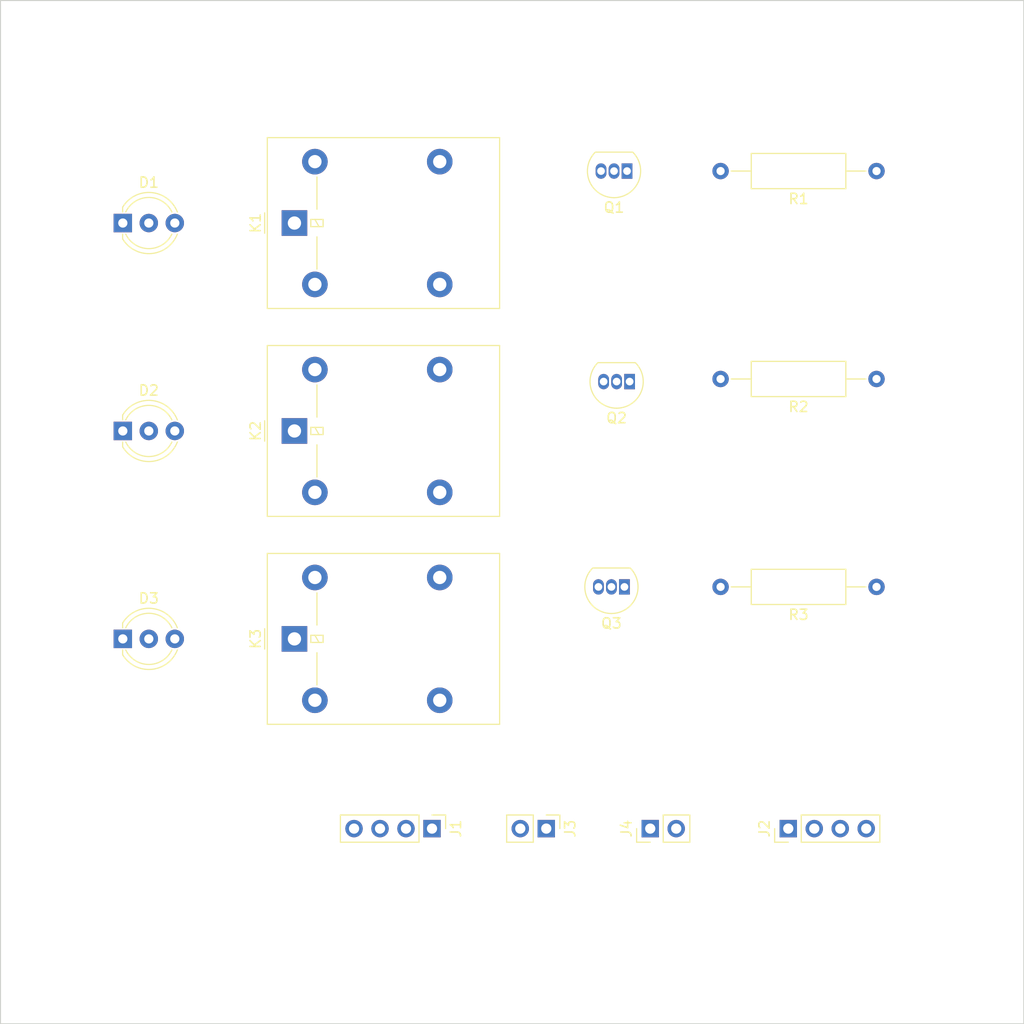
<source format=kicad_pcb>
(kicad_pcb (version 20221018) (generator pcbnew)
  (layers (0 "F.Cu" signal) (31 "B.Cu" signal) (34 "B.Paste" user) (35 "F.Paste" user) (36 "B.SilkS" user "B.Silkscreen") (37 "F.SilkS" user "F.Silkscreen") (38 "B.Mask" user) (39 "F.Mask" user) (44 "Edge.Cuts" user))
  (net 0 "")
  (net 1 "+5V")
  (net 2 "Net-(D1-A)")
  (net 3 "Net-(D2-A)")
  (net 4 "Net-(D3-A)")
  (net 5 "+24V")
  (net 6 "/Status_R")
  (net 7 "/Status_Y")
  (net 8 "/Status_G")
  (net 9 "GND")
  (net 10 "/Teensy_R")
  (net 11 "/Teensy_Y")
  (net 12 "/Teensy_G")
  (net 13 "/24V GND")
  (net 17 "Net-(Q1-B)")
  (net 18 "Net-(Q2-B)")
  (net 19 "Net-(Q3-B)")
  (footprint "Connector_PinHeader_2.54mm:PinHeader_1x04_P2.54mm_Vertical" (layer "F.Cu") (at 102.88 107.442 90)
    (fp_text reference "J2" (at 0 -2.33 90) (layer "F.SilkS"))
    (fp_text value "Conn_01x04 Teensy")
    (fp_line (start -1.33 -1.33) (end 0 -1.33) (stroke (width 0.12)) (layer "F.SilkS"))
    (fp_line (start -1.33 0) (end -1.33 -1.33) (stroke (width 0.12)) (layer "F.SilkS"))
    (fp_line (start -1.33 1.27) (end -1.33 8.95) (stroke (width 0.12)) (layer "F.SilkS"))
    (fp_line (start -1.33 1.27) (end 1.33 1.27) (stroke (width 0.12)) (layer "F.SilkS"))
    (fp_line (start -1.33 8.95) (end 1.33 8.95) (stroke (width 0.12)) (layer "F.SilkS"))
    (fp_line (start 1.33 1.27) (end 1.33 8.95) (stroke (width 0.12)) (layer "F.SilkS"))
    (pad "1" thru_hole rect (at 0 0 90) (size 1.7 1.7) (drill 1) (layers "*.Cu" "*.Mask") (net 9 "GND"))
    (pad "2" thru_hole oval (at 0 2.54 90) (size 1.7 1.7) (drill 1) (layers "*.Cu" "*.Mask") (net 12 "/Teensy_G"))
    (pad "3" thru_hole oval (at 0 5.08 90) (size 1.7 1.7) (drill 1) (layers "*.Cu" "*.Mask") (net 11 "/Teensy_Y"))
    (pad "4" thru_hole oval (at 0 7.62 90) (size 1.7 1.7) (drill 1) (layers "*.Cu" "*.Mask") (net 10 "/Teensy_R"))
  )
  (footprint "LED_THT:LED_D5.0mm-3" (layer "F.Cu") (at 37.846 88.9)
    (fp_text reference "D3" (at 2.54 -3.96) (layer "F.SilkS"))
    (fp_text value "LED")
    (fp_line (start -0.02 -1.545) (end -0.02 -1.08) (stroke (width 0.12)) (layer "F.SilkS"))
    (fp_line (start -0.02 1.08) (end -0.02 1.545) (stroke (width 0.12)) (layer "F.SilkS"))
    (fp_arc (start -0.02 -1.54483) (mid 2.798456 -2.978809) (end 5.327815 -1.080827) (stroke (width 0.12)) (layer "F.SilkS"))
    (fp_arc (start 0.285316 -1.08) (mid 2.539762 -2.5) (end 4.794479 -1.080429) (stroke (width 0.12)) (layer "F.SilkS"))
    (fp_arc (start 4.794479 1.080429) (mid 2.539762 2.5) (end 0.285316 1.08) (stroke (width 0.12)) (layer "F.SilkS"))
    (fp_arc (start 5.327815 1.080827) (mid 2.798456 2.978808) (end -0.02 1.54483) (stroke (width 0.12)) (layer "F.SilkS"))
    (pad "1" thru_hole rect (at 0 0) (size 1.8 1.8) (drill 0.9) (layers "*.Cu" "*.Mask") (net 1 "+5V"))
    (pad "2" thru_hole circle (at 2.54 0) (size 1.8 1.8) (drill 0.9) (layers "*.Cu" "*.Mask") (net 4 "Net-(D3-A)"))
    (pad "3" thru_hole circle (at 5.08 0) (size 1.8 1.8) (drill 0.9) (layers "*.Cu" "*.Mask"))
  )
  (footprint "Resistor_THT:R_Axial_DIN0309_L9.0mm_D3.2mm_P15.24mm_Horizontal" (layer "F.Cu") (at 111.506 83.82 180)
    (fp_text reference "R3" (at 7.62 -2.72) (layer "F.SilkS"))
    (fp_text value "1k")
    (fp_line (start 1.04 0) (end 3 0) (stroke (width 0.12)) (layer "F.SilkS"))
    (fp_line (start 3 -1.72) (end 3 1.72) (stroke (width 0.12)) (layer "F.SilkS"))
    (fp_line (start 3 1.72) (end 12.24 1.72) (stroke (width 0.12)) (layer "F.SilkS"))
    (fp_line (start 12.24 -1.72) (end 3 -1.72) (stroke (width 0.12)) (layer "F.SilkS"))
    (fp_line (start 12.24 1.72) (end 12.24 -1.72) (stroke (width 0.12)) (layer "F.SilkS"))
    (fp_line (start 14.2 0) (end 12.24 0) (stroke (width 0.12)) (layer "F.SilkS"))
    (pad "1" thru_hole circle (at 0 0 180) (size 1.6 1.6) (drill 0.8) (layers "*.Cu" "*.Mask") (net 10 "/Teensy_R"))
    (pad "2" thru_hole oval (at 15.24 0 180) (size 1.6 1.6) (drill 0.8) (layers "*.Cu" "*.Mask") (net 19 "Net-(Q3-B)"))
  )
  (footprint "Package_TO_SOT_THT:TO-92_Inline" (layer "F.Cu") (at 87.122 43.18 180)
    (fp_text reference "Q1" (at 1.27 -3.56) (layer "F.SilkS"))
    (fp_text value "2N3904")
    (fp_line (start -0.53 1.85) (end 3.07 1.85) (stroke (width 0.12)) (layer "F.SilkS"))
    (fp_arc (start -0.568478 1.838478) (mid -1.132087 -0.994977) (end 1.27 -2.6) (stroke (width 0.12)) (layer "F.SilkS"))
    (fp_arc (start 1.27 -2.6) (mid 3.672087 -0.994977) (end 3.108478 1.838478) (stroke (width 0.12)) (layer "F.SilkS"))
    (pad "1" thru_hole rect (at 0 0 180) (size 1.05 1.5) (drill 0.75) (layers "*.Cu" "*.Mask") (net 9 "GND"))
    (pad "2" thru_hole oval (at 1.27 0 180) (size 1.05 1.5) (drill 0.75) (layers "*.Cu" "*.Mask") (net 17 "Net-(Q1-B)"))
    (pad "3" thru_hole oval (at 2.54 0 180) (size 1.05 1.5) (drill 0.75) (layers "*.Cu" "*.Mask") (net 2 "Net-(D1-A)"))
  )
  (footprint "Connector_PinHeader_2.54mm:PinHeader_1x02_P2.54mm_Vertical" (layer "F.Cu") (at 89.3895 107.442 90)
    (fp_text reference "J4" (at 0 -2.33 90) (layer "F.SilkS"))
    (fp_text value "Conn_01x02 5V Power")
    (fp_line (start -1.33 -1.33) (end 0 -1.33) (stroke (width 0.12)) (layer "F.SilkS"))
    (fp_line (start -1.33 0) (end -1.33 -1.33) (stroke (width 0.12)) (layer "F.SilkS"))
    (fp_line (start -1.33 1.27) (end -1.33 3.87) (stroke (width 0.12)) (layer "F.SilkS"))
    (fp_line (start -1.33 1.27) (end 1.33 1.27) (stroke (width 0.12)) (layer "F.SilkS"))
    (fp_line (start -1.33 3.87) (end 1.33 3.87) (stroke (width 0.12)) (layer "F.SilkS"))
    (fp_line (start 1.33 1.27) (end 1.33 3.87) (stroke (width 0.12)) (layer "F.SilkS"))
    (pad "1" thru_hole rect (at 0 0 90) (size 1.7 1.7) (drill 1) (layers "*.Cu" "*.Mask") (net 9 "GND"))
    (pad "2" thru_hole oval (at 0 2.54 90) (size 1.7 1.7) (drill 1) (layers "*.Cu" "*.Mask") (net 1 "+5V"))
  )
  (footprint "Relay_THT:Relay_SPDT_Omron-G5LE-1" (layer "F.Cu") (at 54.6185 88.9 90)
    (fp_text reference "K3" (at 0 -3.8 90) (layer "F.SilkS"))
    (fp_text value "G5LE-1")
    (fp_line (start -8.35 -2.65) (end -8.35 20.05) (stroke (width 0.12)) (layer "F.SilkS"))
    (fp_line (start -8.35 20.05) (end 8.35 20.05) (stroke (width 0.12)) (layer "F.SilkS"))
    (fp_line (start -4.5 2.2) (end -1.35 2.2) (stroke (width 0.12)) (layer "F.SilkS"))
    (fp_line (start -1 -2.91) (end 1 -2.91) (stroke (width 0.12)) (layer "F.SilkS"))
    (fp_line (start -0.35 1.6) (end -0.35 2.8) (stroke (width 0.12)) (layer "F.SilkS"))
    (fp_line (start -0.35 2.4) (end 0.35 2) (stroke (width 0.12)) (layer "F.SilkS"))
    (fp_line (start -0.35 2.8) (end 0.35 2.8) (stroke (width 0.12)) (layer "F.SilkS"))
    (fp_line (start 0.35 1.6) (end -0.35 1.6) (stroke (width 0.12)) (layer "F.SilkS"))
    (fp_line (start 0.35 2.8) (end 0.35 1.6) (stroke (width 0.12)) (layer "F.SilkS"))
    (fp_line (start 1.35 2.2) (end 4.5 2.2) (stroke (width 0.12)) (layer "F.SilkS"))
    (fp_line (start 8.35 -2.65) (end -8.35 -2.65) (stroke (width 0.12)) (layer "F.SilkS"))
    (fp_line (start 8.35 20.05) (end 8.35 -2.65) (stroke (width 0.12)) (layer "F.SilkS"))
    (pad "1" thru_hole rect (at 0 0 90) (size 2.5 2.5) (drill 1.3) (layers "*.Cu" "*.Mask") (net 13 "/24V GND"))
    (pad "2" thru_hole oval (at -6 2 90) (size 2.5 2.5) (drill 1.3) (layers "*.Cu" "*.Mask") (net 1 "+5V"))
    (pad "3" thru_hole oval (at -6 14.2 90) (size 2.5 2.5) (drill 1.3) (layers "*.Cu" "*.Mask") (net 6 "/Status_R"))
    (pad "4" thru_hole oval (at 6 14.2 90) (size 2.5 2.5) (drill 1.3) (layers "*.Cu" "*.Mask"))
    (pad "5" thru_hole oval (at 6 2 90) (size 2.5 2.5) (drill 1.3) (layers "*.Cu" "*.Mask") (net 4 "Net-(D3-A)"))
  )
  (footprint "Package_TO_SOT_THT:TO-92_Inline" (layer "F.Cu") (at 87.376 63.754 180)
    (fp_text reference "Q2" (at 1.27 -3.56) (layer "F.SilkS"))
    (fp_text value "2N3904")
    (fp_line (start -0.53 1.85) (end 3.07 1.85) (stroke (width 0.12)) (layer "F.SilkS"))
    (fp_arc (start -0.568478 1.838478) (mid -1.132087 -0.994977) (end 1.27 -2.6) (stroke (width 0.12)) (layer "F.SilkS"))
    (fp_arc (start 1.27 -2.6) (mid 3.672087 -0.994977) (end 3.108478 1.838478) (stroke (width 0.12)) (layer "F.SilkS"))
    (pad "1" thru_hole rect (at 0 0 180) (size 1.05 1.5) (drill 0.75) (layers "*.Cu" "*.Mask") (net 9 "GND"))
    (pad "2" thru_hole oval (at 1.27 0 180) (size 1.05 1.5) (drill 0.75) (layers "*.Cu" "*.Mask") (net 18 "Net-(Q2-B)"))
    (pad "3" thru_hole oval (at 2.54 0 180) (size 1.05 1.5) (drill 0.75) (layers "*.Cu" "*.Mask") (net 3 "Net-(D2-A)"))
  )
  (footprint "LED_THT:LED_D5.0mm-3" (layer "F.Cu") (at 37.846 68.58)
    (fp_text reference "D2" (at 2.54 -3.96) (layer "F.SilkS"))
    (fp_text value "LED")
    (fp_line (start -0.02 -1.545) (end -0.02 -1.08) (stroke (width 0.12)) (layer "F.SilkS"))
    (fp_line (start -0.02 1.08) (end -0.02 1.545) (stroke (width 0.12)) (layer "F.SilkS"))
    (fp_arc (start -0.02 -1.54483) (mid 2.798456 -2.978809) (end 5.327815 -1.080827) (stroke (width 0.12)) (layer "F.SilkS"))
    (fp_arc (start 0.285316 -1.08) (mid 2.539762 -2.5) (end 4.794479 -1.080429) (stroke (width 0.12)) (layer "F.SilkS"))
    (fp_arc (start 4.794479 1.080429) (mid 2.539762 2.5) (end 0.285316 1.08) (stroke (width 0.12)) (layer "F.SilkS"))
    (fp_arc (start 5.327815 1.080827) (mid 2.798456 2.978808) (end -0.02 1.54483) (stroke (width 0.12)) (layer "F.SilkS"))
    (pad "1" thru_hole rect (at 0 0) (size 1.8 1.8) (drill 0.9) (layers "*.Cu" "*.Mask") (net 1 "+5V"))
    (pad "2" thru_hole circle (at 2.54 0) (size 1.8 1.8) (drill 0.9) (layers "*.Cu" "*.Mask") (net 3 "Net-(D2-A)"))
    (pad "3" thru_hole circle (at 5.08 0) (size 1.8 1.8) (drill 0.9) (layers "*.Cu" "*.Mask"))
  )
  (footprint "Resistor_THT:R_Axial_DIN0309_L9.0mm_D3.2mm_P15.24mm_Horizontal" (layer "F.Cu") (at 111.506 43.18 180)
    (fp_text reference "R1" (at 7.62 -2.72) (layer "F.SilkS"))
    (fp_text value "1k")
    (fp_line (start 1.04 0) (end 3 0) (stroke (width 0.12)) (layer "F.SilkS"))
    (fp_line (start 3 -1.72) (end 3 1.72) (stroke (width 0.12)) (layer "F.SilkS"))
    (fp_line (start 3 1.72) (end 12.24 1.72) (stroke (width 0.12)) (layer "F.SilkS"))
    (fp_line (start 12.24 -1.72) (end 3 -1.72) (stroke (width 0.12)) (layer "F.SilkS"))
    (fp_line (start 12.24 1.72) (end 12.24 -1.72) (stroke (width 0.12)) (layer "F.SilkS"))
    (fp_line (start 14.2 0) (end 12.24 0) (stroke (width 0.12)) (layer "F.SilkS"))
    (pad "1" thru_hole circle (at 0 0 180) (size 1.6 1.6) (drill 0.8) (layers "*.Cu" "*.Mask") (net 12 "/Teensy_G"))
    (pad "2" thru_hole oval (at 15.24 0 180) (size 1.6 1.6) (drill 0.8) (layers "*.Cu" "*.Mask") (net 17 "Net-(Q1-B)"))
  )
  (footprint "LED_THT:LED_D5.0mm-3" (layer "F.Cu") (at 37.846 48.26)
    (fp_text reference "D1" (at 2.54 -3.96) (layer "F.SilkS"))
    (fp_text value "LED")
    (fp_line (start -0.02 -1.545) (end -0.02 -1.08) (stroke (width 0.12)) (layer "F.SilkS"))
    (fp_line (start -0.02 1.08) (end -0.02 1.545) (stroke (width 0.12)) (layer "F.SilkS"))
    (fp_arc (start -0.02 -1.54483) (mid 2.798456 -2.978809) (end 5.327815 -1.080827) (stroke (width 0.12)) (layer "F.SilkS"))
    (fp_arc (start 0.285316 -1.08) (mid 2.539762 -2.5) (end 4.794479 -1.080429) (stroke (width 0.12)) (layer "F.SilkS"))
    (fp_arc (start 4.794479 1.080429) (mid 2.539762 2.5) (end 0.285316 1.08) (stroke (width 0.12)) (layer "F.SilkS"))
    (fp_arc (start 5.327815 1.080827) (mid 2.798456 2.978808) (end -0.02 1.54483) (stroke (width 0.12)) (layer "F.SilkS"))
    (pad "1" thru_hole rect (at 0 0) (size 1.8 1.8) (drill 0.9) (layers "*.Cu" "*.Mask") (net 1 "+5V"))
    (pad "2" thru_hole circle (at 2.54 0) (size 1.8 1.8) (drill 0.9) (layers "*.Cu" "*.Mask") (net 2 "Net-(D1-A)"))
    (pad "3" thru_hole circle (at 5.08 0) (size 1.8 1.8) (drill 0.9) (layers "*.Cu" "*.Mask"))
  )
  (footprint "Relay_THT:Relay_SPDT_Omron-G5LE-1" (layer "F.Cu") (at 54.6185 48.26 90)
    (fp_text reference "K1" (at 0 -3.8 90) (layer "F.SilkS"))
    (fp_text value "G5LE-1")
    (fp_line (start -8.35 -2.65) (end -8.35 20.05) (stroke (width 0.12)) (layer "F.SilkS"))
    (fp_line (start -8.35 20.05) (end 8.35 20.05) (stroke (width 0.12)) (layer "F.SilkS"))
    (fp_line (start -4.5 2.2) (end -1.35 2.2) (stroke (width 0.12)) (layer "F.SilkS"))
    (fp_line (start -1 -2.91) (end 1 -2.91) (stroke (width 0.12)) (layer "F.SilkS"))
    (fp_line (start -0.35 1.6) (end -0.35 2.8) (stroke (width 0.12)) (layer "F.SilkS"))
    (fp_line (start -0.35 2.4) (end 0.35 2) (stroke (width 0.12)) (layer "F.SilkS"))
    (fp_line (start -0.35 2.8) (end 0.35 2.8) (stroke (width 0.12)) (layer "F.SilkS"))
    (fp_line (start 0.35 1.6) (end -0.35 1.6) (stroke (width 0.12)) (layer "F.SilkS"))
    (fp_line (start 0.35 2.8) (end 0.35 1.6) (stroke (width 0.12)) (layer "F.SilkS"))
    (fp_line (start 1.35 2.2) (end 4.5 2.2) (stroke (width 0.12)) (layer "F.SilkS"))
    (fp_line (start 8.35 -2.65) (end -8.35 -2.65) (stroke (width 0.12)) (layer "F.SilkS"))
    (fp_line (start 8.35 20.05) (end 8.35 -2.65) (stroke (width 0.12)) (layer "F.SilkS"))
    (pad "1" thru_hole rect (at 0 0 90) (size 2.5 2.5) (drill 1.3) (layers "*.Cu" "*.Mask") (net 13 "/24V GND"))
    (pad "2" thru_hole oval (at -6 2 90) (size 2.5 2.5) (drill 1.3) (layers "*.Cu" "*.Mask") (net 1 "+5V"))
    (pad "3" thru_hole oval (at -6 14.2 90) (size 2.5 2.5) (drill 1.3) (layers "*.Cu" "*.Mask") (net 8 "/Status_G"))
    (pad "4" thru_hole oval (at 6 14.2 90) (size 2.5 2.5) (drill 1.3) (layers "*.Cu" "*.Mask"))
    (pad "5" thru_hole oval (at 6 2 90) (size 2.5 2.5) (drill 1.3) (layers "*.Cu" "*.Mask") (net 2 "Net-(D1-A)"))
  )
  (footprint "Connector_PinHeader_2.54mm:PinHeader_1x04_P2.54mm_Vertical" (layer "F.Cu") (at 68.062 107.442 -90)
    (fp_text reference "J1" (at 0 -2.33 90) (layer "F.SilkS"))
    (fp_text value "Conn_01x04 Status Light")
    (fp_line (start -1.33 -1.33) (end 0 -1.33) (stroke (width 0.12)) (layer "F.SilkS"))
    (fp_line (start -1.33 0) (end -1.33 -1.33) (stroke (width 0.12)) (layer "F.SilkS"))
    (fp_line (start -1.33 1.27) (end -1.33 8.95) (stroke (width 0.12)) (layer "F.SilkS"))
    (fp_line (start -1.33 1.27) (end 1.33 1.27) (stroke (width 0.12)) (layer "F.SilkS"))
    (fp_line (start -1.33 8.95) (end 1.33 8.95) (stroke (width 0.12)) (layer "F.SilkS"))
    (fp_line (start 1.33 1.27) (end 1.33 8.95) (stroke (width 0.12)) (layer "F.SilkS"))
    (pad "1" thru_hole rect (at 0 0 270) (size 1.7 1.7) (drill 1) (layers "*.Cu" "*.Mask") (net 5 "+24V"))
    (pad "2" thru_hole oval (at 0 2.54 270) (size 1.7 1.7) (drill 1) (layers "*.Cu" "*.Mask") (net 6 "/Status_R"))
    (pad "3" thru_hole oval (at 0 5.08 270) (size 1.7 1.7) (drill 1) (layers "*.Cu" "*.Mask") (net 7 "/Status_Y"))
    (pad "4" thru_hole oval (at 0 7.62 270) (size 1.7 1.7) (drill 1) (layers "*.Cu" "*.Mask") (net 8 "/Status_G"))
  )
  (footprint "Package_TO_SOT_THT:TO-92_Inline" (layer "F.Cu") (at 86.868 83.82 180)
    (fp_text reference "Q3" (at 1.27 -3.56) (layer "F.SilkS"))
    (fp_text value "2N3904")
    (fp_line (start -0.53 1.85) (end 3.07 1.85) (stroke (width 0.12)) (layer "F.SilkS"))
    (fp_arc (start -0.568478 1.838478) (mid -1.132087 -0.994977) (end 1.27 -2.6) (stroke (width 0.12)) (layer "F.SilkS"))
    (fp_arc (start 1.27 -2.6) (mid 3.672087 -0.994977) (end 3.108478 1.838478) (stroke (width 0.12)) (layer "F.SilkS"))
    (pad "1" thru_hole rect (at 0 0 180) (size 1.05 1.5) (drill 0.75) (layers "*.Cu" "*.Mask") (net 9 "GND"))
    (pad "2" thru_hole oval (at 1.27 0 180) (size 1.05 1.5) (drill 0.75) (layers "*.Cu" "*.Mask") (net 19 "Net-(Q3-B)"))
    (pad "3" thru_hole oval (at 2.54 0 180) (size 1.05 1.5) (drill 0.75) (layers "*.Cu" "*.Mask") (net 4 "Net-(D3-A)"))
  )
  (footprint "Relay_THT:Relay_SPDT_Omron-G5LE-1" (layer "F.Cu") (at 54.6185 68.58 90)
    (fp_text reference "K2" (at 0 -3.8 90) (layer "F.SilkS"))
    (fp_text value "G5LE-1")
    (fp_line (start -8.35 -2.65) (end -8.35 20.05) (stroke (width 0.12)) (layer "F.SilkS"))
    (fp_line (start -8.35 20.05) (end 8.35 20.05) (stroke (width 0.12)) (layer "F.SilkS"))
    (fp_line (start -4.5 2.2) (end -1.35 2.2) (stroke (width 0.12)) (layer "F.SilkS"))
    (fp_line (start -1 -2.91) (end 1 -2.91) (stroke (width 0.12)) (layer "F.SilkS"))
    (fp_line (start -0.35 1.6) (end -0.35 2.8) (stroke (width 0.12)) (layer "F.SilkS"))
    (fp_line (start -0.35 2.4) (end 0.35 2) (stroke (width 0.12)) (layer "F.SilkS"))
    (fp_line (start -0.35 2.8) (end 0.35 2.8) (stroke (width 0.12)) (layer "F.SilkS"))
    (fp_line (start 0.35 1.6) (end -0.35 1.6) (stroke (width 0.12)) (layer "F.SilkS"))
    (fp_line (start 0.35 2.8) (end 0.35 1.6) (stroke (width 0.12)) (layer "F.SilkS"))
    (fp_line (start 1.35 2.2) (end 4.5 2.2) (stroke (width 0.12)) (layer "F.SilkS"))
    (fp_line (start 8.35 -2.65) (end -8.35 -2.65) (stroke (width 0.12)) (layer "F.SilkS"))
    (fp_line (start 8.35 20.05) (end 8.35 -2.65) (stroke (width 0.12)) (layer "F.SilkS"))
    (pad "1" thru_hole rect (at 0 0 90) (size 2.5 2.5) (drill 1.3) (layers "*.Cu" "*.Mask") (net 13 "/24V GND"))
    (pad "2" thru_hole oval (at -6 2 90) (size 2.5 2.5) (drill 1.3) (layers "*.Cu" "*.Mask") (net 1 "+5V"))
    (pad "3" thru_hole oval (at -6 14.2 90) (size 2.5 2.5) (drill 1.3) (layers "*.Cu" "*.Mask") (net 7 "/Status_Y"))
    (pad "4" thru_hole oval (at 6 14.2 90) (size 2.5 2.5) (drill 1.3) (layers "*.Cu" "*.Mask"))
    (pad "5" thru_hole oval (at 6 2 90) (size 2.5 2.5) (drill 1.3) (layers "*.Cu" "*.Mask") (net 3 "Net-(D2-A)"))
  )
  (footprint "Resistor_THT:R_Axial_DIN0309_L9.0mm_D3.2mm_P15.24mm_Horizontal" (layer "F.Cu") (at 111.506 63.5 180)
    (fp_text reference "R2" (at 7.62 -2.72) (layer "F.SilkS"))
    (fp_text value "1k")
    (fp_line (start 1.04 0) (end 3 0) (stroke (width 0.12)) (layer "F.SilkS"))
    (fp_line (start 3 -1.72) (end 3 1.72) (stroke (width 0.12)) (layer "F.SilkS"))
    (fp_line (start 3 1.72) (end 12.24 1.72) (stroke (width 0.12)) (layer "F.SilkS"))
    (fp_line (start 12.24 -1.72) (end 3 -1.72) (stroke (width 0.12)) (layer "F.SilkS"))
    (fp_line (start 12.24 1.72) (end 12.24 -1.72) (stroke (width 0.12)) (layer "F.SilkS"))
    (fp_line (start 14.2 0) (end 12.24 0) (stroke (width 0.12)) (layer "F.SilkS"))
    (pad "1" thru_hole circle (at 0 0 180) (size 1.6 1.6) (drill 0.8) (layers "*.Cu" "*.Mask") (net 11 "/Teensy_Y"))
    (pad "2" thru_hole oval (at 15.24 0 180) (size 1.6 1.6) (drill 0.8) (layers "*.Cu" "*.Mask") (net 18 "Net-(Q2-B)"))
  )
  (footprint "Connector_PinHeader_2.54mm:PinHeader_1x02_P2.54mm_Vertical" (layer "F.Cu") (at 79.2295 107.442 -90)
    (fp_text reference "J3" (at 0 -2.33 90) (layer "F.SilkS"))
    (fp_text value "Conn_01x02 24V Power")
    (fp_line (start -1.33 -1.33) (end 0 -1.33) (stroke (width 0.12)) (layer "F.SilkS"))
    (fp_line (start -1.33 0) (end -1.33 -1.33) (stroke (width 0.12)) (layer "F.SilkS"))
    (fp_line (start -1.33 1.27) (end -1.33 3.87) (stroke (width 0.12)) (layer "F.SilkS"))
    (fp_line (start -1.33 1.27) (end 1.33 1.27) (stroke (width 0.12)) (layer "F.SilkS"))
    (fp_line (start -1.33 3.87) (end 1.33 3.87) (stroke (width 0.12)) (layer "F.SilkS"))
    (fp_line (start 1.33 1.27) (end 1.33 3.87) (stroke (width 0.12)) (layer "F.SilkS"))
    (pad "1" thru_hole rect (at 0 0 270) (size 1.7 1.7) (drill 1) (layers "*.Cu" "*.Mask") (net 9 "GND"))
    (pad "2" thru_hole oval (at 0 2.54 270) (size 1.7 1.7) (drill 1) (layers "*.Cu" "*.Mask") (net 5 "+24V"))
  )
  (gr_rect (start 25.8925 26.512) (end 125.8925 126.512) (stroke (width 0.1)) (fill none) (layer "Edge.Cuts"))
)
</source>
